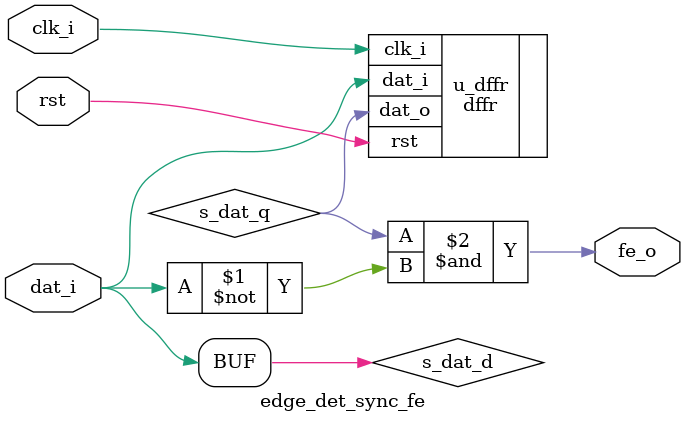
<source format=sv>


`ifndef INC_EDGE_DET_SV
`define INC_EDGE_DET_SV

`include "register.sv"
`include "cdc_sync.sv"

// need to use high freq clk to oversample the dat edge with sync
module edge_det #(
    parameter int STAGE      = 2,
    parameter int DATA_WIDTH = 1
) (
    input  logic                  clk_i,
    input  logic                  rst,
    input  logic [DATA_WIDTH-1:0] dat_i,
    output logic [DATA_WIDTH-1:0] dat_o,
    output logic [DATA_WIDTH-1:0] re_o,
    output logic [DATA_WIDTH-1:0] fe_o
);

  logic [DATA_WIDTH-1:0] s_dat_d, s_dat_q;
  assign dat_o = s_dat_q;
  cdc_sync #(STAGE, DATA_WIDTH) u_cdc_sync (
      .clk_i  (clk_i),
      .rst(rst),
      .dat_i  (dat_i),
      .dat_o  (s_dat_d)
  );

  dffr #(DATA_WIDTH) u_dffr (
      .clk_i  (clk_i),
      .rst(rst),
      .dat_i  (s_dat_d),
      .dat_o  (s_dat_q)
  );

  assign re_o = (~s_dat_q) & s_dat_d;
  assign fe_o = s_dat_q & (~s_dat_d);
endmodule

module edge_det_re #(
    parameter int STAGE      = 2,
    parameter int DATA_WIDTH = 1
) (
    input  logic                  clk_i,
    input  logic                  rst,
    input  logic [DATA_WIDTH-1:0] dat_i,
    output logic [DATA_WIDTH-1:0] re_o
);

  logic [DATA_WIDTH-1:0] s_dat_d, s_dat_q;
  cdc_sync #(STAGE, DATA_WIDTH) u_cdc_sync (
      .clk_i  (clk_i),
      .rst(rst),
      .dat_i  (dat_i),
      .dat_o  (s_dat_d)
  );

  dffr #(DATA_WIDTH) u_dffr (
      .clk_i  (clk_i),
      .rst(rst),
      .dat_i  (s_dat_d),
      .dat_o  (s_dat_q)
  );

  assign re_o = (~s_dat_q) & s_dat_d;
endmodule

module edge_det_sync #(
    parameter int DATA_WIDTH = 1
) (
    input  logic                  clk_i,
    input  logic                  rst,
    input  logic [DATA_WIDTH-1:0] dat_i,
    output logic [DATA_WIDTH-1:0] re_o,
    output logic [DATA_WIDTH-1:0] fe_o
);

  logic [DATA_WIDTH-1:0] s_dat_d, s_dat_q;
  assign s_dat_d = dat_i;
  dffr #(DATA_WIDTH) u_dffr (
      .clk_i  (clk_i),
      .rst(rst),
      .dat_i  (s_dat_d),
      .dat_o  (s_dat_q)
  );

  assign re_o  = (~s_dat_q) & s_dat_d;
  assign fe_o  = s_dat_q & (~s_dat_d);
endmodule

module edge_det_sync_re #(
    parameter int DATA_WIDTH = 1
) (
    input  logic                  clk_i,
    input  logic                  rst,
    input  logic [DATA_WIDTH-1:0] dat_i,
    output logic [DATA_WIDTH-1:0] re_o
);

  logic [DATA_WIDTH-1:0] s_dat_d, s_dat_q;
  assign s_dat_d = dat_i;
  dffr #(DATA_WIDTH) u_dffr (
      .clk_i  (clk_i),
      .rst(rst),
      .dat_i  (s_dat_d),
      .dat_o  (s_dat_q)
  );

  assign re_o = (~s_dat_q) & s_dat_d;
endmodule

module edge_det_fe #(
    parameter int STAGE      = 2,
    parameter int DATA_WIDTH = 1
) (
    input  logic                  clk_i,
    input  logic                  rst,
    input  logic [DATA_WIDTH-1:0] dat_i,
    output logic [DATA_WIDTH-1:0] fe_o
);

  logic [DATA_WIDTH-1:0] s_dat_d, s_dat_q;
  cdc_sync #(STAGE, DATA_WIDTH) u_cdc_sync (
      .clk_i  (clk_i),
      .rst(rst),
      .dat_i  (dat_i),
      .dat_o  (s_dat_d)
  );

  dffr #(DATA_WIDTH) u_dffr (
      .clk_i  (clk_i),
      .rst(rst),
      .dat_i  (s_dat_d),
      .dat_o  (s_dat_q)
  );

  assign fe_o = s_dat_q & (~s_dat_d);
endmodule

module edge_det_sync_fe #(
    parameter int DATA_WIDTH = 1
) (
    input  logic                  clk_i,
    input  logic                  rst,
    input  logic [DATA_WIDTH-1:0] dat_i,
    output logic [DATA_WIDTH-1:0] fe_o
);

  logic [DATA_WIDTH-1:0] s_dat_d, s_dat_q;
  assign s_dat_d = dat_i;
  dffr #(DATA_WIDTH) u_dffr (
      .clk_i  (clk_i),
      .rst(rst),
      .dat_i  (s_dat_d),
      .dat_o  (s_dat_q)
  );

  assign fe_o = s_dat_q & (~s_dat_d);
endmodule
`endif

</source>
